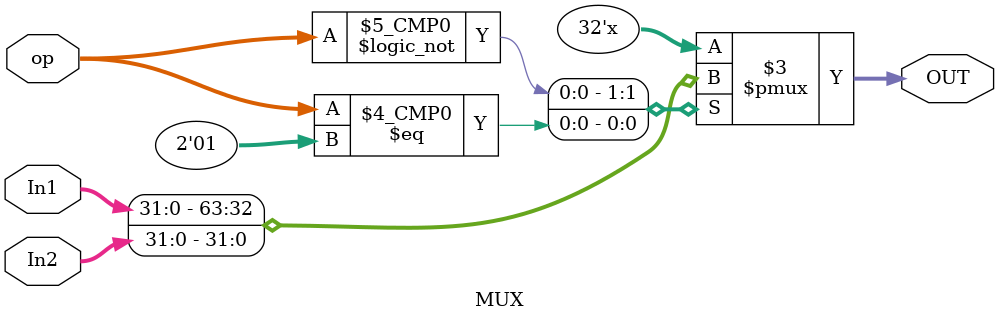
<source format=v>
module	MUX	(OUT,In1,In2,op);
				
				input	[31:0]	In1,In2;
				input [1:0] op;
				output	reg	[31:0]	OUT;	
				
				always	@	(In1,In2,op)
				
				begin
				case	(op)
						0	:	OUT	=	In1;
						1	:	OUT	=	In2;		
					endcase
			
				end
endmodule

/*module	mux();
				reg	[31:0]	a,b;
				reg[1:0] op;
				wire	[31:0]	OUT;
				initial	begin
								a	=	1;
				b=3;op=0;
								
								#10	$display	("%d",	OUT);
							
								
								#10	op=1;
								#10	$display	("%d",	OUT);	
				end
				always@(a,b,op);
				MUX	muxtest(OUT,a,b,op);
endmodule
*/

</source>
